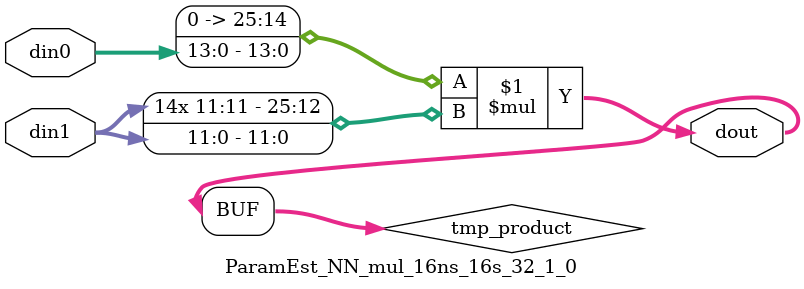
<source format=v>

`timescale 1 ns / 1 ps

  module ParamEst_NN_mul_16ns_16s_32_1_0(din0, din1, dout);
parameter ID = 1;
parameter NUM_STAGE = 0;
parameter din0_WIDTH = 14;
parameter din1_WIDTH = 12;
parameter dout_WIDTH = 26;

input [din0_WIDTH - 1 : 0] din0; 
input [din1_WIDTH - 1 : 0] din1; 
output [dout_WIDTH - 1 : 0] dout;

wire signed [dout_WIDTH - 1 : 0] tmp_product;











assign tmp_product = $signed({1'b0, din0}) * $signed(din1);










assign dout = tmp_product;







endmodule

</source>
